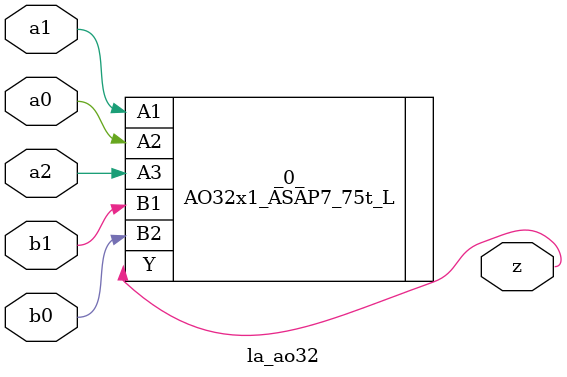
<source format=v>

/* Generated by Yosys 0.44 (git sha1 80ba43d26, g++ 11.4.0-1ubuntu1~22.04 -fPIC -O3) */

(* top =  1  *)
(* src = "generated" *)
(* keep_hierarchy *)
module la_ao32 (
    a0,
    a1,
    a2,
    b0,
    b1,
    z
);
  (* src = "generated" *)
  input a0;
  wire a0;
  (* src = "generated" *)
  input a1;
  wire a1;
  (* src = "generated" *)
  input a2;
  wire a2;
  (* src = "generated" *)
  input b0;
  wire b0;
  (* src = "generated" *)
  input b1;
  wire b1;
  (* src = "generated" *)
  output z;
  wire z;
  AO32x1_ASAP7_75t_L _0_ (
      .A1(a1),
      .A2(a0),
      .A3(a2),
      .B1(b1),
      .B2(b0),
      .Y (z)
  );
endmodule

</source>
